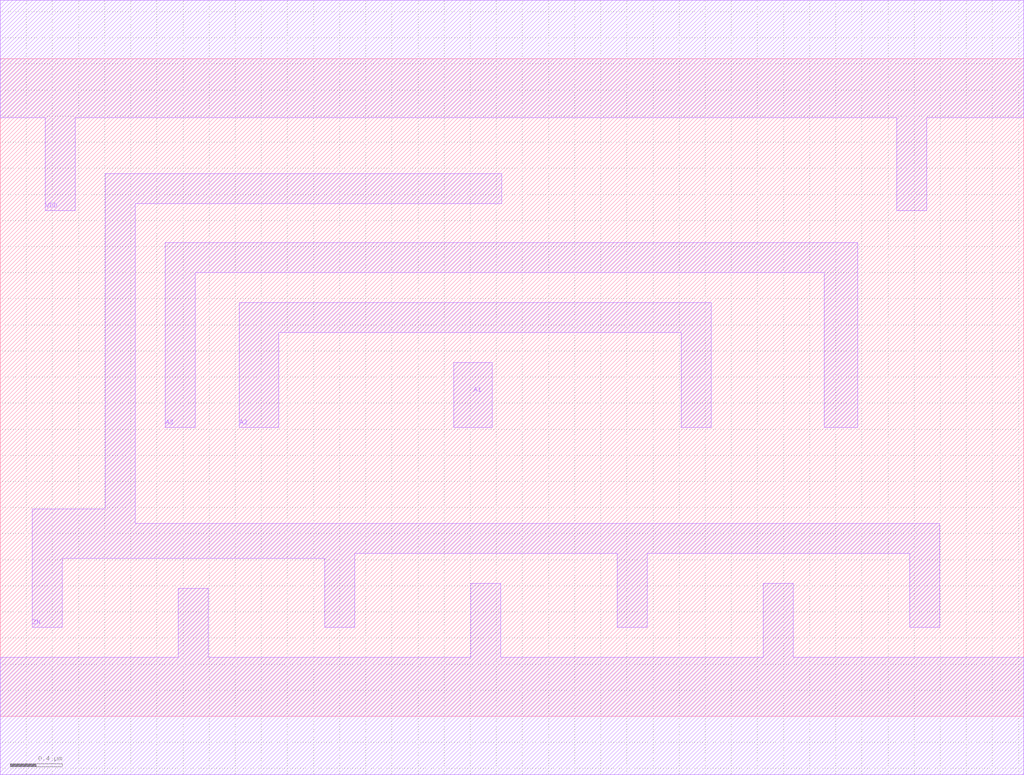
<source format=lef>
# Copyright 2022 GlobalFoundries PDK Authors
#
# Licensed under the Apache License, Version 2.0 (the "License");
# you may not use this file except in compliance with the License.
# You may obtain a copy of the License at
#
#      http://www.apache.org/licenses/LICENSE-2.0
#
# Unless required by applicable law or agreed to in writing, software
# distributed under the License is distributed on an "AS IS" BASIS,
# WITHOUT WARRANTIES OR CONDITIONS OF ANY KIND, either express or implied.
# See the License for the specific language governing permissions and
# limitations under the License.

MACRO gf180mcu_fd_sc_mcu9t5v0__nor3_2
  CLASS core ;
  FOREIGN gf180mcu_fd_sc_mcu9t5v0__nor3_2 0.0 0.0 ;
  ORIGIN 0 0 ;
  SYMMETRY X Y ;
  SITE GF018hv5v_green_sc9 ;
  SIZE 7.84 BY 5.04 ;
  PIN A1
    DIRECTION INPUT ;
    ANTENNAGATEAREA 2.778 ;
    PORT
      LAYER METAL1 ;
        POLYGON 3.475 2.215 3.77 2.215 3.77 2.71 3.475 2.71  ;
    END
  END A1
  PIN A2
    DIRECTION INPUT ;
    ANTENNAGATEAREA 2.778 ;
    PORT
      LAYER METAL1 ;
        POLYGON 1.83 2.215 2.135 2.215 2.135 2.94 5.215 2.94 5.215 2.215 5.445 2.215 5.445 3.17 1.83 3.17  ;
    END
  END A2
  PIN A3
    DIRECTION INPUT ;
    ANTENNAGATEAREA 2.778 ;
    PORT
      LAYER METAL1 ;
        POLYGON 1.265 2.215 1.495 2.215 1.495 3.4 6.31 3.4 6.31 2.215 6.57 2.215 6.57 3.63 1.265 3.63  ;
    END
  END A3
  PIN ZN
    DIRECTION OUTPUT ;
    ANTENNADIFFAREA 2.6514 ;
    PORT
      LAYER METAL1 ;
        POLYGON 0.245 0.68 0.475 0.68 0.475 1.21 2.485 1.21 2.485 0.68 2.715 0.68 2.715 1.25 4.725 1.25 4.725 0.68 4.955 0.68 4.955 1.25 6.965 1.25 6.965 0.68 7.195 0.68 7.195 1.48 1.035 1.48 1.035 3.93 3.84 3.93 3.84 4.16 0.805 4.16 0.805 1.59 0.245 1.59  ;
    END
  END ZN
  PIN VDD
    DIRECTION INOUT ;
    USE power ;
    SHAPE ABUTMENT ;
    PORT
      LAYER METAL1 ;
        POLYGON 0 4.59 0.345 4.59 0.345 3.875 0.575 3.875 0.575 4.59 6.865 4.59 6.865 3.875 7.095 3.875 7.095 4.59 7.84 4.59 7.84 5.49 0 5.49  ;
    END
  END VDD
  PIN VSS
    DIRECTION INOUT ;
    USE ground ;
    SHAPE ABUTMENT ;
    PORT
      LAYER METAL1 ;
        POLYGON 0 -0.45 7.84 -0.45 7.84 0.45 6.075 0.45 6.075 1.02 5.845 1.02 5.845 0.45 3.835 0.45 3.835 1.02 3.605 1.02 3.605 0.45 1.595 0.45 1.595 0.98 1.365 0.98 1.365 0.45 0 0.45  ;
    END
  END VSS
END gf180mcu_fd_sc_mcu9t5v0__nor3_2

</source>
